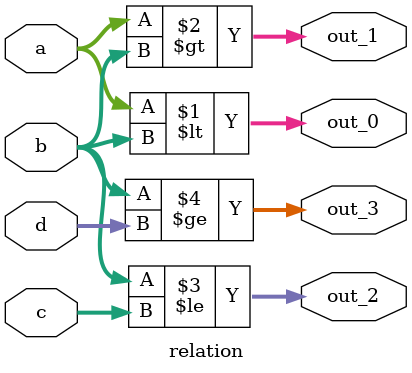
<source format=v>
module relation(a, b, c, d, out_0, out_1, out_2, out_3);
input [3:0] a, b, c, d;
output [3:0] out_0, out_1, out_2, out_3;
//a=4'b1010; b=4'b0101; c=4'b000x; d=4'b100z;

assign out_0 = a < b; //1'b0
assign out_1 = a > b; //1'b1
assign out_2 = b <= c; //1'bx
assign out_3 = b >= d; //1'bx

endmodule

</source>
